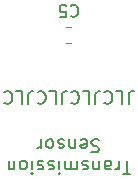
<source format=gto>
%TF.GenerationSoftware,KiCad,Pcbnew,5.1.0*%
%TF.CreationDate,2019-04-08T01:09:32+02:00*%
%TF.ProjectId,Module_Sensor,4d6f6475-6c65-45f5-9365-6e736f722e6b,rev?*%
%TF.SameCoordinates,Original*%
%TF.FileFunction,Legend,Top*%
%TF.FilePolarity,Positive*%
%FSLAX46Y46*%
G04 Gerber Fmt 4.6, Leading zero omitted, Abs format (unit mm)*
G04 Created by KiCad (PCBNEW 5.1.0) date 2019-04-08 01:09:32*
%MOMM*%
%LPD*%
G04 APERTURE LIST*
%ADD10C,0.160000*%
%ADD11C,0.120000*%
%ADD12C,0.150000*%
%ADD13C,0.100000*%
%ADD14C,1.550000*%
%ADD15O,2.100000X2.100000*%
%ADD16R,2.100000X2.100000*%
%ADD17C,1.000200*%
G04 APERTURE END LIST*
D10*
X137580952Y-145602380D02*
X137580952Y-144816666D01*
X137633333Y-144659523D01*
X137738095Y-144554761D01*
X137895238Y-144502380D01*
X138000000Y-144502380D01*
X136533333Y-144502380D02*
X137057142Y-144502380D01*
X137057142Y-145602380D01*
X135538095Y-144607142D02*
X135590476Y-144554761D01*
X135747619Y-144502380D01*
X135852380Y-144502380D01*
X136009523Y-144554761D01*
X136114285Y-144659523D01*
X136166666Y-144764285D01*
X136219047Y-144973809D01*
X136219047Y-145130952D01*
X136166666Y-145340476D01*
X136114285Y-145445238D01*
X136009523Y-145550000D01*
X135852380Y-145602380D01*
X135747619Y-145602380D01*
X135590476Y-145550000D01*
X135538095Y-145497619D01*
X134752380Y-145602380D02*
X134752380Y-144816666D01*
X134804761Y-144659523D01*
X134909523Y-144554761D01*
X135066666Y-144502380D01*
X135171428Y-144502380D01*
X133704761Y-144502380D02*
X134228571Y-144502380D01*
X134228571Y-145602380D01*
X132709523Y-144607142D02*
X132761904Y-144554761D01*
X132919047Y-144502380D01*
X133023809Y-144502380D01*
X133180952Y-144554761D01*
X133285714Y-144659523D01*
X133338095Y-144764285D01*
X133390476Y-144973809D01*
X133390476Y-145130952D01*
X133338095Y-145340476D01*
X133285714Y-145445238D01*
X133180952Y-145550000D01*
X133023809Y-145602380D01*
X132919047Y-145602380D01*
X132761904Y-145550000D01*
X132709523Y-145497619D01*
X131923809Y-145602380D02*
X131923809Y-144816666D01*
X131976190Y-144659523D01*
X132080952Y-144554761D01*
X132238095Y-144502380D01*
X132342857Y-144502380D01*
X130876190Y-144502380D02*
X131400000Y-144502380D01*
X131400000Y-145602380D01*
X129880952Y-144607142D02*
X129933333Y-144554761D01*
X130090476Y-144502380D01*
X130195238Y-144502380D01*
X130352380Y-144554761D01*
X130457142Y-144659523D01*
X130509523Y-144764285D01*
X130561904Y-144973809D01*
X130561904Y-145130952D01*
X130509523Y-145340476D01*
X130457142Y-145445238D01*
X130352380Y-145550000D01*
X130195238Y-145602380D01*
X130090476Y-145602380D01*
X129933333Y-145550000D01*
X129880952Y-145497619D01*
X129095238Y-145602380D02*
X129095238Y-144816666D01*
X129147619Y-144659523D01*
X129252380Y-144554761D01*
X129409523Y-144502380D01*
X129514285Y-144502380D01*
X128047619Y-144502380D02*
X128571428Y-144502380D01*
X128571428Y-145602380D01*
X127052380Y-144607142D02*
X127104761Y-144554761D01*
X127261904Y-144502380D01*
X127366666Y-144502380D01*
X127523809Y-144554761D01*
X127628571Y-144659523D01*
X127680952Y-144764285D01*
X127733333Y-144973809D01*
X127733333Y-145130952D01*
X127680952Y-145340476D01*
X127628571Y-145445238D01*
X127523809Y-145550000D01*
X127366666Y-145602380D01*
X127261904Y-145602380D01*
X127104761Y-145550000D01*
X127052380Y-145497619D01*
X137738095Y-151507380D02*
X137109523Y-151507380D01*
X137423809Y-150407380D02*
X137423809Y-151507380D01*
X136742857Y-150407380D02*
X136742857Y-151140714D01*
X136742857Y-150931190D02*
X136690476Y-151035952D01*
X136638095Y-151088333D01*
X136533333Y-151140714D01*
X136428571Y-151140714D01*
X135590476Y-150407380D02*
X135590476Y-150983571D01*
X135642857Y-151088333D01*
X135747619Y-151140714D01*
X135957142Y-151140714D01*
X136061904Y-151088333D01*
X135590476Y-150459761D02*
X135695238Y-150407380D01*
X135957142Y-150407380D01*
X136061904Y-150459761D01*
X136114285Y-150564523D01*
X136114285Y-150669285D01*
X136061904Y-150774047D01*
X135957142Y-150826428D01*
X135695238Y-150826428D01*
X135590476Y-150878809D01*
X135066666Y-151140714D02*
X135066666Y-150407380D01*
X135066666Y-151035952D02*
X135014285Y-151088333D01*
X134909523Y-151140714D01*
X134752380Y-151140714D01*
X134647619Y-151088333D01*
X134595238Y-150983571D01*
X134595238Y-150407380D01*
X134123809Y-150459761D02*
X134019047Y-150407380D01*
X133809523Y-150407380D01*
X133704761Y-150459761D01*
X133652380Y-150564523D01*
X133652380Y-150616904D01*
X133704761Y-150721666D01*
X133809523Y-150774047D01*
X133966666Y-150774047D01*
X134071428Y-150826428D01*
X134123809Y-150931190D01*
X134123809Y-150983571D01*
X134071428Y-151088333D01*
X133966666Y-151140714D01*
X133809523Y-151140714D01*
X133704761Y-151088333D01*
X133180952Y-150407380D02*
X133180952Y-151140714D01*
X133180952Y-151035952D02*
X133128571Y-151088333D01*
X133023809Y-151140714D01*
X132866666Y-151140714D01*
X132761904Y-151088333D01*
X132709523Y-150983571D01*
X132709523Y-150407380D01*
X132709523Y-150983571D02*
X132657142Y-151088333D01*
X132552380Y-151140714D01*
X132395238Y-151140714D01*
X132290476Y-151088333D01*
X132238095Y-150983571D01*
X132238095Y-150407380D01*
X131714285Y-150407380D02*
X131714285Y-151140714D01*
X131714285Y-151507380D02*
X131766666Y-151455000D01*
X131714285Y-151402619D01*
X131661904Y-151455000D01*
X131714285Y-151507380D01*
X131714285Y-151402619D01*
X131242857Y-150459761D02*
X131138095Y-150407380D01*
X130928571Y-150407380D01*
X130823809Y-150459761D01*
X130771428Y-150564523D01*
X130771428Y-150616904D01*
X130823809Y-150721666D01*
X130928571Y-150774047D01*
X131085714Y-150774047D01*
X131190476Y-150826428D01*
X131242857Y-150931190D01*
X131242857Y-150983571D01*
X131190476Y-151088333D01*
X131085714Y-151140714D01*
X130928571Y-151140714D01*
X130823809Y-151088333D01*
X130352380Y-150459761D02*
X130247619Y-150407380D01*
X130038095Y-150407380D01*
X129933333Y-150459761D01*
X129880952Y-150564523D01*
X129880952Y-150616904D01*
X129933333Y-150721666D01*
X130038095Y-150774047D01*
X130195238Y-150774047D01*
X130300000Y-150826428D01*
X130352380Y-150931190D01*
X130352380Y-150983571D01*
X130300000Y-151088333D01*
X130195238Y-151140714D01*
X130038095Y-151140714D01*
X129933333Y-151088333D01*
X129409523Y-150407380D02*
X129409523Y-151140714D01*
X129409523Y-151507380D02*
X129461904Y-151455000D01*
X129409523Y-151402619D01*
X129357142Y-151455000D01*
X129409523Y-151507380D01*
X129409523Y-151402619D01*
X128728571Y-150407380D02*
X128833333Y-150459761D01*
X128885714Y-150512142D01*
X128938095Y-150616904D01*
X128938095Y-150931190D01*
X128885714Y-151035952D01*
X128833333Y-151088333D01*
X128728571Y-151140714D01*
X128571428Y-151140714D01*
X128466666Y-151088333D01*
X128414285Y-151035952D01*
X128361904Y-150931190D01*
X128361904Y-150616904D01*
X128414285Y-150512142D01*
X128466666Y-150459761D01*
X128571428Y-150407380D01*
X128728571Y-150407380D01*
X127890476Y-151140714D02*
X127890476Y-150407380D01*
X127890476Y-151035952D02*
X127838095Y-151088333D01*
X127733333Y-151140714D01*
X127576190Y-151140714D01*
X127471428Y-151088333D01*
X127419047Y-150983571D01*
X127419047Y-150407380D01*
X135066666Y-148649761D02*
X134909523Y-148597380D01*
X134647619Y-148597380D01*
X134542857Y-148649761D01*
X134490476Y-148702142D01*
X134438095Y-148806904D01*
X134438095Y-148911666D01*
X134490476Y-149016428D01*
X134542857Y-149068809D01*
X134647619Y-149121190D01*
X134857142Y-149173571D01*
X134961904Y-149225952D01*
X135014285Y-149278333D01*
X135066666Y-149383095D01*
X135066666Y-149487857D01*
X135014285Y-149592619D01*
X134961904Y-149645000D01*
X134857142Y-149697380D01*
X134595238Y-149697380D01*
X134438095Y-149645000D01*
X133547619Y-148649761D02*
X133652380Y-148597380D01*
X133861904Y-148597380D01*
X133966666Y-148649761D01*
X134019047Y-148754523D01*
X134019047Y-149173571D01*
X133966666Y-149278333D01*
X133861904Y-149330714D01*
X133652380Y-149330714D01*
X133547619Y-149278333D01*
X133495238Y-149173571D01*
X133495238Y-149068809D01*
X134019047Y-148964047D01*
X133023809Y-149330714D02*
X133023809Y-148597380D01*
X133023809Y-149225952D02*
X132971428Y-149278333D01*
X132866666Y-149330714D01*
X132709523Y-149330714D01*
X132604761Y-149278333D01*
X132552380Y-149173571D01*
X132552380Y-148597380D01*
X132080952Y-148649761D02*
X131976190Y-148597380D01*
X131766666Y-148597380D01*
X131661904Y-148649761D01*
X131609523Y-148754523D01*
X131609523Y-148806904D01*
X131661904Y-148911666D01*
X131766666Y-148964047D01*
X131923809Y-148964047D01*
X132028571Y-149016428D01*
X132080952Y-149121190D01*
X132080952Y-149173571D01*
X132028571Y-149278333D01*
X131923809Y-149330714D01*
X131766666Y-149330714D01*
X131661904Y-149278333D01*
X130980952Y-148597380D02*
X131085714Y-148649761D01*
X131138095Y-148702142D01*
X131190476Y-148806904D01*
X131190476Y-149121190D01*
X131138095Y-149225952D01*
X131085714Y-149278333D01*
X130980952Y-149330714D01*
X130823809Y-149330714D01*
X130719047Y-149278333D01*
X130666666Y-149225952D01*
X130614285Y-149121190D01*
X130614285Y-148806904D01*
X130666666Y-148702142D01*
X130719047Y-148649761D01*
X130823809Y-148597380D01*
X130980952Y-148597380D01*
X130142857Y-148597380D02*
X130142857Y-149330714D01*
X130142857Y-149121190D02*
X130090476Y-149225952D01*
X130038095Y-149278333D01*
X129933333Y-149330714D01*
X129828571Y-149330714D01*
D11*
X132785752Y-140473500D02*
X132263248Y-140473500D01*
X132785752Y-139053500D02*
X132263248Y-139053500D01*
D12*
X132691166Y-137306357D02*
X132738785Y-137258738D01*
X132881642Y-137211119D01*
X132976880Y-137211119D01*
X133119738Y-137258738D01*
X133214976Y-137353976D01*
X133262595Y-137449214D01*
X133310214Y-137639690D01*
X133310214Y-137782547D01*
X133262595Y-137973023D01*
X133214976Y-138068261D01*
X133119738Y-138163500D01*
X132976880Y-138211119D01*
X132881642Y-138211119D01*
X132738785Y-138163500D01*
X132691166Y-138115880D01*
X131786404Y-138211119D02*
X132262595Y-138211119D01*
X132310214Y-137734928D01*
X132262595Y-137782547D01*
X132167357Y-137830166D01*
X131929261Y-137830166D01*
X131834023Y-137782547D01*
X131786404Y-137734928D01*
X131738785Y-137639690D01*
X131738785Y-137401595D01*
X131786404Y-137306357D01*
X131834023Y-137258738D01*
X131929261Y-137211119D01*
X132167357Y-137211119D01*
X132262595Y-137258738D01*
X132310214Y-137306357D01*
%LPC*%
D13*
G36*
X134020571Y-138865123D02*
G01*
X134053281Y-138869975D01*
X134085357Y-138878009D01*
X134116491Y-138889149D01*
X134146384Y-138903287D01*
X134174747Y-138920287D01*
X134201307Y-138939985D01*
X134225808Y-138962192D01*
X134248015Y-138986693D01*
X134267713Y-139013253D01*
X134284713Y-139041616D01*
X134298851Y-139071509D01*
X134309991Y-139102643D01*
X134318025Y-139134719D01*
X134322877Y-139167429D01*
X134324500Y-139200456D01*
X134324500Y-140326544D01*
X134322877Y-140359571D01*
X134318025Y-140392281D01*
X134309991Y-140424357D01*
X134298851Y-140455491D01*
X134284713Y-140485384D01*
X134267713Y-140513747D01*
X134248015Y-140540307D01*
X134225808Y-140564808D01*
X134201307Y-140587015D01*
X134174747Y-140606713D01*
X134146384Y-140623713D01*
X134116491Y-140637851D01*
X134085357Y-140648991D01*
X134053281Y-140657025D01*
X134020571Y-140661877D01*
X133987544Y-140663500D01*
X133111456Y-140663500D01*
X133078429Y-140661877D01*
X133045719Y-140657025D01*
X133013643Y-140648991D01*
X132982509Y-140637851D01*
X132952616Y-140623713D01*
X132924253Y-140606713D01*
X132897693Y-140587015D01*
X132873192Y-140564808D01*
X132850985Y-140540307D01*
X132831287Y-140513747D01*
X132814287Y-140485384D01*
X132800149Y-140455491D01*
X132789009Y-140424357D01*
X132780975Y-140392281D01*
X132776123Y-140359571D01*
X132774500Y-140326544D01*
X132774500Y-139200456D01*
X132776123Y-139167429D01*
X132780975Y-139134719D01*
X132789009Y-139102643D01*
X132800149Y-139071509D01*
X132814287Y-139041616D01*
X132831287Y-139013253D01*
X132850985Y-138986693D01*
X132873192Y-138962192D01*
X132897693Y-138939985D01*
X132924253Y-138920287D01*
X132952616Y-138903287D01*
X132982509Y-138889149D01*
X133013643Y-138878009D01*
X133045719Y-138869975D01*
X133078429Y-138865123D01*
X133111456Y-138863500D01*
X133987544Y-138863500D01*
X134020571Y-138865123D01*
X134020571Y-138865123D01*
G37*
D14*
X133549500Y-139763500D03*
D13*
G36*
X131970571Y-138865123D02*
G01*
X132003281Y-138869975D01*
X132035357Y-138878009D01*
X132066491Y-138889149D01*
X132096384Y-138903287D01*
X132124747Y-138920287D01*
X132151307Y-138939985D01*
X132175808Y-138962192D01*
X132198015Y-138986693D01*
X132217713Y-139013253D01*
X132234713Y-139041616D01*
X132248851Y-139071509D01*
X132259991Y-139102643D01*
X132268025Y-139134719D01*
X132272877Y-139167429D01*
X132274500Y-139200456D01*
X132274500Y-140326544D01*
X132272877Y-140359571D01*
X132268025Y-140392281D01*
X132259991Y-140424357D01*
X132248851Y-140455491D01*
X132234713Y-140485384D01*
X132217713Y-140513747D01*
X132198015Y-140540307D01*
X132175808Y-140564808D01*
X132151307Y-140587015D01*
X132124747Y-140606713D01*
X132096384Y-140623713D01*
X132066491Y-140637851D01*
X132035357Y-140648991D01*
X132003281Y-140657025D01*
X131970571Y-140661877D01*
X131937544Y-140663500D01*
X131061456Y-140663500D01*
X131028429Y-140661877D01*
X130995719Y-140657025D01*
X130963643Y-140648991D01*
X130932509Y-140637851D01*
X130902616Y-140623713D01*
X130874253Y-140606713D01*
X130847693Y-140587015D01*
X130823192Y-140564808D01*
X130800985Y-140540307D01*
X130781287Y-140513747D01*
X130764287Y-140485384D01*
X130750149Y-140455491D01*
X130739009Y-140424357D01*
X130730975Y-140392281D01*
X130726123Y-140359571D01*
X130724500Y-140326544D01*
X130724500Y-139200456D01*
X130726123Y-139167429D01*
X130730975Y-139134719D01*
X130739009Y-139102643D01*
X130750149Y-139071509D01*
X130764287Y-139041616D01*
X130781287Y-139013253D01*
X130800985Y-138986693D01*
X130823192Y-138962192D01*
X130847693Y-138939985D01*
X130874253Y-138920287D01*
X130902616Y-138903287D01*
X130932509Y-138889149D01*
X130963643Y-138878009D01*
X130995719Y-138869975D01*
X131028429Y-138865123D01*
X131061456Y-138863500D01*
X131937544Y-138863500D01*
X131970571Y-138865123D01*
X131970571Y-138865123D01*
G37*
D14*
X131499500Y-139763500D03*
D15*
X128690000Y-142500000D03*
X131230000Y-142500000D03*
X133770000Y-142500000D03*
D16*
X136310000Y-142500000D03*
D17*
X128000000Y-153750000D03*
X137000000Y-153750000D03*
M02*

</source>
